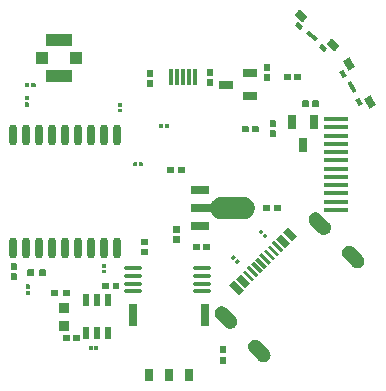
<source format=gbp>
G04 Layer: BottomPasteMaskLayer*
G04 EasyEDA v6.5.22, 2023-01-25 14:37:09*
G04 a2e63df7a23446a2ae1eb019cd18a306,9a4ed40c0dd746429eaf55b84663d2fb,10*
G04 Gerber Generator version 0.2*
G04 Scale: 100 percent, Rotated: No, Reflected: No *
G04 Dimensions in inches *
G04 leading zeros omitted , absolute positions ,3 integer and 6 decimal *
%FSLAX36Y36*%
%MOIN*%

%AMMACRO1*21,1,$1,$2,0,0,$3*%
%ADD10MACRO1,0.0118X0.0512X0.0000*%
%ADD11MACRO1,0.0118X0.0787X-90.0000*%
%ADD12MACRO1,0.0394X0.0236X-90.0000*%
%ADD13MACRO1,0.0709X0.0276X-90.0000*%
%ADD14O,0.059054999999999996X0.015747999999999998*%
%ADD15MACRO1,0.0492X0.0276X90.0000*%
%ADD16MACRO1,0.0315X0.0315X0.0000*%
%ADD17MACRO1,0.0866X0.0433X0.0000*%
%ADD18MACRO1,0.0413X0.0394X90.0000*%
%ADD19MACRO1,0.0394X0.0217X90.0000*%
%ADD20MACRO1,0.0492X0.0276X0.0000*%
%ADD21O,0.027559X0.069803*%
%ADD22MACRO1,0.0265X0.062X90.0000*%
%ADD23MACRO1,0.0236X0.0157X-59.9997*%
%ADD24MACRO1,0.0394X0.0138X-60.0004*%
%ADD25MACRO1,0.0374X0.0252X-59.9999*%
%ADD26MACRO1,0.0236X0.0157X-41.9989*%
%ADD27MACRO1,0.0236X0.0157X-42.0006*%
%ADD28MACRO1,0.0394X0.0138X-42.0000*%
%ADD29MACRO1,0.0374X0.0252X-41.9992*%
%ADD30MACRO1,0.0374X0.0252X-42.0003*%
%ADD31C,0.0152*%

%LPD*%
G36*
X56160Y61800D02*
G01*
X54580Y60240D01*
X54580Y40519D01*
X56160Y38940D01*
X74280Y38940D01*
X75860Y40519D01*
X75860Y60240D01*
X74280Y61800D01*
G37*
G36*
X56160Y28320D02*
G01*
X54580Y26740D01*
X54580Y7020D01*
X56160Y5460D01*
X74280Y5460D01*
X75860Y7020D01*
X75860Y26740D01*
X74280Y28320D01*
G37*
G36*
X-279000Y-301180D02*
G01*
X-280580Y-302740D01*
X-280580Y-320860D01*
X-279000Y-322420D01*
X-259300Y-322420D01*
X-257719Y-320860D01*
X-257719Y-302740D01*
X-259300Y-301180D01*
G37*
G36*
X-312500Y-301180D02*
G01*
X-314080Y-302740D01*
X-314080Y-320860D01*
X-312500Y-322420D01*
X-292800Y-322420D01*
X-291220Y-320860D01*
X-291220Y-302740D01*
X-292800Y-301180D01*
G37*
G36*
X485319Y480660D02*
G01*
X483740Y479080D01*
X483740Y460980D01*
X485319Y459400D01*
X505020Y459400D01*
X506599Y460980D01*
X506599Y479080D01*
X505020Y480660D01*
G37*
G36*
X518820Y480660D02*
G01*
X517239Y479080D01*
X517239Y460980D01*
X518820Y459400D01*
X538520Y459400D01*
X540100Y460980D01*
X540100Y479080D01*
X538520Y480660D01*
G37*
G36*
X-129320Y470800D02*
G01*
X-130260Y469860D01*
X-130260Y459460D01*
X-129320Y458519D01*
X-118440Y458519D01*
X-117500Y459460D01*
X-117500Y469860D01*
X-118440Y470800D01*
G37*
G36*
X-129320Y452140D02*
G01*
X-130260Y451200D01*
X-130260Y440800D01*
X-129320Y439860D01*
X-118440Y439860D01*
X-117500Y440800D01*
X-117500Y451200D01*
X-118440Y452140D01*
G37*
G36*
X-31940Y547520D02*
G01*
X-33500Y545940D01*
X-33500Y526240D01*
X-31940Y524660D01*
X-13819Y524660D01*
X-12260Y526240D01*
X-12260Y545940D01*
X-13819Y547520D01*
G37*
G36*
X-31940Y581000D02*
G01*
X-33500Y579420D01*
X-33500Y559720D01*
X-31940Y558140D01*
X-13819Y558140D01*
X-12260Y559720D01*
X-12260Y579420D01*
X-13819Y581000D01*
G37*
G36*
X9480Y401100D02*
G01*
X8540Y400160D01*
X8540Y389300D01*
X9480Y388360D01*
X19880Y388360D01*
X20840Y389300D01*
X20840Y400160D01*
X19880Y401100D01*
G37*
G36*
X28160Y401100D02*
G01*
X27200Y400160D01*
X27200Y389300D01*
X28160Y388360D01*
X38560Y388360D01*
X39500Y389300D01*
X39500Y400160D01*
X38560Y401100D01*
G37*
G36*
X167460Y551720D02*
G01*
X165880Y550140D01*
X165880Y530440D01*
X167460Y528860D01*
X185580Y528860D01*
X187160Y530440D01*
X187160Y550140D01*
X185580Y551720D01*
G37*
G36*
X167460Y585200D02*
G01*
X165880Y583620D01*
X165880Y563920D01*
X167460Y562340D01*
X185580Y562340D01*
X187160Y563920D01*
X187160Y583620D01*
X185580Y585200D01*
G37*
G36*
X357660Y601400D02*
G01*
X356079Y599840D01*
X356079Y580120D01*
X357660Y578540D01*
X375780Y578540D01*
X377340Y580120D01*
X377340Y599840D01*
X375780Y601400D01*
G37*
G36*
X357660Y567920D02*
G01*
X356079Y566340D01*
X356079Y546640D01*
X357660Y545060D01*
X375780Y545060D01*
X377340Y546640D01*
X377340Y566340D01*
X375780Y567920D01*
G37*
G36*
X425020Y569160D02*
G01*
X423440Y567580D01*
X423440Y549480D01*
X425020Y547900D01*
X444720Y547900D01*
X446300Y549480D01*
X446300Y567580D01*
X444720Y569160D01*
G37*
G36*
X458500Y569160D02*
G01*
X456940Y567580D01*
X456940Y549480D01*
X458500Y547900D01*
X478220Y547900D01*
X479799Y549480D01*
X479799Y567580D01*
X478220Y569160D01*
G37*
G36*
X-78040Y273680D02*
G01*
X-78980Y272740D01*
X-78980Y261860D01*
X-78040Y260920D01*
X-67640Y260920D01*
X-66680Y261860D01*
X-66680Y272740D01*
X-67640Y273680D01*
G37*
G36*
X-59360Y273680D02*
G01*
X-60320Y272740D01*
X-60320Y261860D01*
X-59360Y260920D01*
X-48960Y260920D01*
X-48019Y261860D01*
X-48019Y272740D01*
X-48960Y273680D01*
G37*
G36*
X-486360Y-63120D02*
G01*
X-487920Y-64700D01*
X-487920Y-84400D01*
X-486360Y-85980D01*
X-468240Y-85980D01*
X-466680Y-84400D01*
X-466680Y-64700D01*
X-468240Y-63120D01*
G37*
G36*
X-486360Y-96620D02*
G01*
X-487920Y-98180D01*
X-487920Y-117899D01*
X-486360Y-119480D01*
X-468240Y-119480D01*
X-466680Y-117899D01*
X-466680Y-98180D01*
X-468240Y-96620D01*
G37*
G36*
X-436440Y-133660D02*
G01*
X-437380Y-134600D01*
X-437380Y-147560D01*
X-436440Y-148520D01*
X-425560Y-148520D01*
X-424620Y-147560D01*
X-424620Y-134600D01*
X-425560Y-133660D01*
G37*
G36*
X-436440Y-154880D02*
G01*
X-437380Y-155840D01*
X-437380Y-168800D01*
X-436440Y-169740D01*
X-425560Y-169740D01*
X-424620Y-168800D01*
X-424620Y-155840D01*
X-425560Y-154880D01*
G37*
G36*
X-418160Y536580D02*
G01*
X-419120Y535640D01*
X-419120Y524760D01*
X-418160Y523820D01*
X-405200Y523820D01*
X-404260Y524760D01*
X-404260Y535640D01*
X-405200Y536580D01*
G37*
G36*
X-439400Y536580D02*
G01*
X-440340Y535640D01*
X-440340Y524760D01*
X-439400Y523820D01*
X-426440Y523820D01*
X-425480Y524760D01*
X-425480Y535640D01*
X-426440Y536580D01*
G37*
G36*
X-180840Y-65119D02*
G01*
X-181780Y-66060D01*
X-181780Y-76460D01*
X-180840Y-77420D01*
X-169960Y-77420D01*
X-169020Y-76460D01*
X-169020Y-66060D01*
X-169960Y-65119D01*
G37*
G36*
X-180840Y-83780D02*
G01*
X-181780Y-84740D01*
X-181780Y-95140D01*
X-180840Y-96080D01*
X-169960Y-96080D01*
X-169020Y-95140D01*
X-169020Y-84740D01*
X-169960Y-83780D01*
G37*
G36*
X360000Y36780D02*
G01*
X352320Y29100D01*
X352320Y27759D01*
X359660Y20419D01*
X361000Y20419D01*
X368680Y28100D01*
X368680Y29440D01*
X361340Y36780D01*
G37*
G36*
X346800Y49980D02*
G01*
X339120Y42300D01*
X339120Y40960D01*
X346460Y33620D01*
X347800Y33620D01*
X355480Y41300D01*
X355480Y42640D01*
X348140Y49980D01*
G37*
G36*
X255200Y-35020D02*
G01*
X247520Y-42699D01*
X247520Y-44040D01*
X254860Y-51380D01*
X256200Y-51380D01*
X263880Y-43700D01*
X263880Y-42360D01*
X256540Y-35020D01*
G37*
G36*
X268400Y-48220D02*
G01*
X260720Y-55900D01*
X260720Y-57240D01*
X268060Y-64580D01*
X269400Y-64580D01*
X277080Y-56900D01*
X277080Y-55560D01*
X269740Y-48220D01*
G37*
G36*
X-146500Y-127860D02*
G01*
X-148080Y-129440D01*
X-148080Y-147560D01*
X-146500Y-149140D01*
X-126800Y-149140D01*
X-125220Y-147560D01*
X-125220Y-129440D01*
X-126800Y-127860D01*
G37*
G36*
X-180000Y-127860D02*
G01*
X-181580Y-129440D01*
X-181580Y-147560D01*
X-180000Y-149140D01*
X-160300Y-149140D01*
X-158720Y-147560D01*
X-158720Y-129440D01*
X-160300Y-127860D01*
G37*
G36*
X391719Y13320D02*
G01*
X383380Y4960D01*
X414000Y-25660D01*
X422340Y-17300D01*
G37*
G36*
X377860Y-540D02*
G01*
X369440Y-8960D01*
X400060Y-39580D01*
X408480Y-31160D01*
G37*
G36*
X363940Y-14480D02*
G01*
X355580Y-22820D01*
X386200Y-53440D01*
X394560Y-45100D01*
G37*
G36*
X350000Y-28400D02*
G01*
X341659Y-36760D01*
X372280Y-67360D01*
X380620Y-59020D01*
G37*
G36*
X336079Y-42340D02*
G01*
X327720Y-50679D01*
X358340Y-81300D01*
X366700Y-72960D01*
G37*
G36*
X322140Y-56260D02*
G01*
X313800Y-64620D01*
X344420Y-95239D01*
X352760Y-86880D01*
G37*
G36*
X308220Y-70200D02*
G01*
X299860Y-78540D01*
X330480Y-109160D01*
X338840Y-100820D01*
G37*
G36*
X294280Y-84120D02*
G01*
X285940Y-92480D01*
X316560Y-123100D01*
X324900Y-114740D01*
G37*
G36*
X436220Y57880D02*
G01*
X419460Y41120D01*
X450160Y10420D01*
X466920Y27180D01*
G37*
G36*
X413940Y35620D02*
G01*
X397180Y18840D01*
X427879Y-11860D01*
X444660Y4900D01*
G37*
G36*
X280340Y-98000D02*
G01*
X263560Y-114760D01*
X294280Y-145460D01*
X311040Y-128699D01*
G37*
G36*
X258100Y-120239D02*
G01*
X241340Y-137000D01*
X272040Y-167700D01*
X288800Y-150940D01*
G37*
G36*
X327680Y-317300D02*
G01*
X324880Y-317420D01*
X322120Y-317880D01*
X319420Y-318660D01*
X318120Y-319160D01*
X315620Y-320400D01*
X313260Y-321940D01*
X311120Y-323740D01*
X309200Y-325760D01*
X307540Y-328020D01*
X306160Y-330439D01*
X305060Y-333020D01*
X304280Y-335720D01*
X303820Y-338480D01*
X303700Y-341280D01*
X303760Y-342680D01*
X304140Y-345439D01*
X304440Y-346820D01*
X305300Y-349480D01*
X306460Y-352020D01*
X307920Y-354400D01*
X309660Y-356599D01*
X338459Y-385460D01*
X340560Y-387299D01*
X341680Y-388140D01*
X344060Y-389580D01*
X346599Y-390720D01*
X349260Y-391560D01*
X352000Y-392100D01*
X354780Y-392280D01*
X357580Y-392160D01*
X360319Y-391700D01*
X363000Y-390920D01*
X364300Y-390420D01*
X366800Y-389180D01*
X369140Y-387640D01*
X371260Y-385860D01*
X373180Y-383820D01*
X374840Y-381580D01*
X375580Y-380400D01*
X376800Y-377900D01*
X377320Y-376599D01*
X378100Y-373920D01*
X378560Y-371180D01*
X378680Y-368380D01*
X378480Y-365600D01*
X377960Y-362860D01*
X377120Y-360200D01*
X375980Y-357660D01*
X374520Y-355280D01*
X372819Y-353080D01*
X344020Y-324219D01*
X341940Y-322360D01*
X339640Y-320760D01*
X337160Y-319440D01*
X334560Y-318440D01*
X333220Y-318040D01*
X330460Y-317520D01*
X329080Y-317360D01*
G37*
G36*
X216340Y-206040D02*
G01*
X213560Y-206180D01*
X210799Y-206640D01*
X209460Y-206980D01*
X206840Y-207920D01*
X204340Y-209160D01*
X202000Y-210680D01*
X199860Y-212480D01*
X197940Y-214500D01*
X196280Y-216740D01*
X194899Y-219160D01*
X193820Y-221740D01*
X193380Y-223060D01*
X192760Y-225780D01*
X192460Y-228560D01*
X192500Y-231340D01*
X192860Y-234100D01*
X193540Y-236800D01*
X194540Y-239420D01*
X195840Y-241880D01*
X197420Y-244180D01*
X199259Y-246280D01*
X228120Y-275080D01*
X230320Y-276800D01*
X232700Y-278260D01*
X235260Y-279420D01*
X236580Y-279900D01*
X239280Y-280600D01*
X242060Y-280960D01*
X244860Y-281000D01*
X247640Y-280720D01*
X249020Y-280460D01*
X251700Y-279680D01*
X254280Y-278580D01*
X256720Y-277200D01*
X258960Y-275520D01*
X261000Y-273620D01*
X262800Y-271460D01*
X264320Y-269120D01*
X265560Y-266620D01*
X266500Y-263980D01*
X267120Y-261240D01*
X267400Y-258460D01*
X267360Y-255660D01*
X267000Y-252880D01*
X266300Y-250180D01*
X265280Y-247560D01*
X263960Y-245100D01*
X262360Y-242800D01*
X260520Y-240700D01*
X232680Y-212860D01*
X230580Y-211020D01*
X228280Y-209440D01*
X225820Y-208140D01*
X223200Y-207140D01*
X220500Y-206460D01*
X217740Y-206100D01*
G37*
G36*
X640580Y-4400D02*
G01*
X637780Y-4520D01*
X635020Y-4980D01*
X633660Y-5320D01*
X631020Y-6260D01*
X628520Y-7500D01*
X626180Y-9040D01*
X624020Y-10840D01*
X622100Y-12860D01*
X620440Y-15120D01*
X619060Y-17540D01*
X617960Y-20120D01*
X617180Y-22820D01*
X616720Y-25580D01*
X616600Y-28380D01*
X616660Y-29780D01*
X617040Y-32540D01*
X617340Y-33920D01*
X618200Y-36580D01*
X619380Y-39120D01*
X620820Y-41500D01*
X622560Y-43700D01*
X651360Y-72560D01*
X653460Y-74420D01*
X655759Y-76020D01*
X658220Y-77340D01*
X660840Y-78340D01*
X662180Y-78740D01*
X664920Y-79280D01*
X667720Y-79480D01*
X670500Y-79360D01*
X671900Y-79180D01*
X674620Y-78560D01*
X677260Y-77620D01*
X679780Y-76380D01*
X682120Y-74840D01*
X684260Y-73060D01*
X686180Y-71020D01*
X687060Y-69920D01*
X688580Y-67580D01*
X689820Y-65060D01*
X690759Y-62420D01*
X691380Y-59700D01*
X691660Y-56920D01*
X691620Y-54120D01*
X691480Y-52720D01*
X690939Y-49980D01*
X690560Y-48620D01*
X689539Y-46020D01*
X688220Y-43540D01*
X686620Y-41260D01*
X684760Y-39160D01*
X655920Y-10360D01*
X653720Y-8620D01*
X651320Y-7160D01*
X648780Y-6000D01*
X646120Y-5140D01*
X643360Y-4600D01*
G37*
G36*
X529220Y106920D02*
G01*
X526440Y106800D01*
X523680Y106340D01*
X522320Y106000D01*
X519680Y105060D01*
X517180Y103820D01*
X514840Y102280D01*
X512700Y100500D01*
X510780Y98460D01*
X509120Y96220D01*
X508380Y95020D01*
X507140Y92520D01*
X506220Y89880D01*
X505600Y87160D01*
X505300Y84380D01*
X505340Y81580D01*
X505700Y78800D01*
X506400Y76100D01*
X506860Y74780D01*
X508020Y72240D01*
X509480Y69840D01*
X511200Y67640D01*
X540000Y38800D01*
X542100Y36960D01*
X543220Y36120D01*
X545620Y34680D01*
X548160Y33540D01*
X550820Y32700D01*
X552180Y32380D01*
X554940Y32020D01*
X557720Y32000D01*
X559120Y32100D01*
X561860Y32559D01*
X564540Y33340D01*
X567120Y34420D01*
X569540Y35820D01*
X571780Y37480D01*
X573800Y39380D01*
X575600Y41520D01*
X577120Y43860D01*
X578360Y46360D01*
X579300Y48980D01*
X579920Y51700D01*
X580200Y54480D01*
X580240Y55880D01*
X580040Y58660D01*
X579520Y61400D01*
X578660Y64040D01*
X578140Y65340D01*
X576840Y67800D01*
X575260Y70100D01*
X573420Y72200D01*
X544560Y101000D01*
X542360Y102720D01*
X539960Y104179D01*
X537420Y105340D01*
X534760Y106180D01*
X533400Y106500D01*
X530620Y106860D01*
G37*
G36*
X121800Y1920D02*
G01*
X120220Y360D01*
X120220Y-17760D01*
X121800Y-19320D01*
X141500Y-19320D01*
X143080Y-17760D01*
X143080Y360D01*
X141500Y1920D01*
G37*
G36*
X155280Y1920D02*
G01*
X153720Y360D01*
X153720Y-17760D01*
X155280Y-19320D01*
X175000Y-19320D01*
X176580Y-17760D01*
X176580Y360D01*
X175000Y1920D01*
G37*
G36*
X377040Y413380D02*
G01*
X375460Y411800D01*
X375460Y392080D01*
X377040Y390520D01*
X395160Y390520D01*
X396719Y392080D01*
X396719Y411800D01*
X395160Y413380D01*
G37*
G36*
X377040Y379880D02*
G01*
X375460Y378320D01*
X375460Y358600D01*
X377040Y357020D01*
X395160Y357020D01*
X396719Y358600D01*
X396719Y378320D01*
X395160Y379880D01*
G37*
G36*
X317480Y394420D02*
G01*
X315920Y392860D01*
X315920Y374739D01*
X317480Y373180D01*
X337200Y373180D01*
X338780Y374739D01*
X338780Y392860D01*
X337200Y394420D01*
G37*
G36*
X284000Y394420D02*
G01*
X282420Y392860D01*
X282420Y374739D01*
X284000Y373180D01*
X303720Y373180D01*
X305280Y374739D01*
X305280Y392860D01*
X303720Y394420D01*
G37*
G36*
X-207160Y-337720D02*
G01*
X-208120Y-338660D01*
X-208120Y-349540D01*
X-207160Y-350480D01*
X-196759Y-350480D01*
X-195820Y-349540D01*
X-195820Y-338660D01*
X-196759Y-337720D01*
G37*
G36*
X-225840Y-337720D02*
G01*
X-226780Y-338660D01*
X-226780Y-349540D01*
X-225840Y-350480D01*
X-215440Y-350480D01*
X-214480Y-349540D01*
X-214480Y-338660D01*
X-215440Y-337720D01*
G37*
G36*
X33960Y258720D02*
G01*
X31980Y256759D01*
X31980Y239040D01*
X33960Y237079D01*
X52859Y237079D01*
X55620Y239040D01*
X55620Y256759D01*
X52859Y258720D01*
G37*
G36*
X72540Y258720D02*
G01*
X69780Y256759D01*
X69780Y239040D01*
X72540Y237079D01*
X91440Y237079D01*
X93400Y239040D01*
X93400Y256759D01*
X91440Y258720D01*
G37*
G36*
X393040Y132920D02*
G01*
X390280Y130960D01*
X390280Y113240D01*
X393040Y111280D01*
X411940Y111280D01*
X413900Y113240D01*
X413900Y130960D01*
X411940Y132920D01*
G37*
G36*
X354460Y132920D02*
G01*
X352500Y130960D01*
X352500Y113240D01*
X354460Y111280D01*
X373360Y111280D01*
X376120Y113240D01*
X376120Y130960D01*
X373360Y132920D01*
G37*
G36*
X211640Y-376380D02*
G01*
X209680Y-379140D01*
X209680Y-398040D01*
X211640Y-400020D01*
X229360Y-400020D01*
X231320Y-398040D01*
X231320Y-379140D01*
X229360Y-376380D01*
G37*
G36*
X211640Y-338600D02*
G01*
X209680Y-340560D01*
X209680Y-359460D01*
X211640Y-362220D01*
X229360Y-362220D01*
X231320Y-359460D01*
X231320Y-340560D01*
X229360Y-338600D01*
G37*
G36*
X-50160Y19580D02*
G01*
X-51720Y18000D01*
X-51720Y-1700D01*
X-50160Y-3280D01*
X-32040Y-3280D01*
X-30480Y-1700D01*
X-30480Y18000D01*
X-32040Y19580D01*
G37*
G36*
X-50160Y-13919D02*
G01*
X-51720Y-15480D01*
X-51720Y-35200D01*
X-50160Y-36780D01*
X-32040Y-36780D01*
X-30480Y-35200D01*
X-30480Y-15480D01*
X-32040Y-13919D01*
G37*
G36*
X-439840Y494540D02*
G01*
X-440780Y493600D01*
X-440780Y480640D01*
X-439840Y479680D01*
X-428960Y479680D01*
X-428020Y480640D01*
X-428020Y493600D01*
X-428960Y494540D01*
G37*
G36*
X-439840Y473320D02*
G01*
X-440780Y472360D01*
X-440780Y459400D01*
X-439840Y458459D01*
X-428960Y458459D01*
X-428020Y459400D01*
X-428020Y472360D01*
X-428960Y473320D01*
G37*
G36*
X-391360Y-82880D02*
G01*
X-394120Y-84840D01*
X-394120Y-102560D01*
X-391360Y-104520D01*
X-372460Y-104520D01*
X-370480Y-102560D01*
X-370480Y-84840D01*
X-372460Y-82880D01*
G37*
G36*
X-429940Y-82880D02*
G01*
X-431900Y-84840D01*
X-431900Y-102560D01*
X-429940Y-104520D01*
X-411040Y-104520D01*
X-408280Y-102560D01*
X-408280Y-84840D01*
X-411040Y-82880D01*
G37*
G36*
X-349840Y-151080D02*
G01*
X-351820Y-153040D01*
X-351820Y-170760D01*
X-349840Y-172719D01*
X-330940Y-172719D01*
X-328180Y-170760D01*
X-328180Y-153040D01*
X-330940Y-151080D01*
G37*
G36*
X-311260Y-151080D02*
G01*
X-314020Y-153040D01*
X-314020Y-170760D01*
X-311260Y-172719D01*
X-292360Y-172719D01*
X-290400Y-170760D01*
X-290400Y-153040D01*
X-292360Y-151080D01*
G37*
D10*
G01*
X125698Y557400D03*
G01*
X105698Y557400D03*
G01*
X65698Y557400D03*
G01*
X45698Y557400D03*
G01*
X85698Y557400D03*
D11*
G01*
X595599Y417634D03*
G01*
X595599Y390074D03*
G01*
X595599Y334954D03*
G01*
X595599Y362514D03*
G01*
X595599Y307394D03*
G01*
X595599Y279834D03*
G01*
X595599Y114484D03*
G01*
X595599Y252274D03*
G01*
X595599Y224714D03*
G01*
X595599Y197164D03*
G01*
X595599Y169604D03*
G01*
X595599Y142044D03*
D12*
G01*
X-27230Y-434690D03*
G01*
X39699Y-434690D03*
G01*
X106630Y-434690D03*
D13*
G01*
X-81359Y-235879D03*
G01*
X160760Y-235879D03*
D14*
G01*
X-79650Y-156669D03*
G01*
X-79650Y-131069D03*
G01*
X-79650Y-105470D03*
G01*
X-79650Y-79870D03*
G01*
X148689Y-156669D03*
G01*
X148689Y-131069D03*
G01*
X148689Y-105470D03*
G01*
X148689Y-79870D03*
D15*
G01*
X449899Y408669D03*
G01*
X524699Y408669D03*
G01*
X487299Y329929D03*
D16*
G01*
X-308443Y-210490D03*
G01*
X-308719Y-273443D03*
D17*
G01*
X-327195Y562644D03*
D18*
G01*
X-271099Y621700D03*
D17*
G01*
X-327197Y680755D03*
D18*
G01*
X-383301Y621700D03*
D19*
G01*
X-162677Y-184551D03*
G01*
X-200077Y-184551D03*
G01*
X-237476Y-184551D03*
G01*
X-237476Y-294791D03*
G01*
X-200077Y-294791D03*
G01*
X-162677Y-294791D03*
D20*
G01*
X310569Y570099D03*
G01*
X310569Y495300D03*
G01*
X231829Y532700D03*
D21*
G01*
X-132170Y-13029D03*
G01*
X-175479Y-13029D03*
G01*
X-218789Y-13029D03*
G01*
X-262089Y-13029D03*
G01*
X-305399Y-13029D03*
G01*
X-348710Y-13029D03*
G01*
X-392010Y-13029D03*
G01*
X-435320Y-13029D03*
G01*
X-478630Y-13029D03*
G01*
X-478630Y365830D03*
G01*
X-435320Y365830D03*
G01*
X-392010Y365830D03*
G01*
X-348710Y365830D03*
G01*
X-305399Y365830D03*
G01*
X-262089Y365830D03*
G01*
X-218789Y365830D03*
G01*
X-175479Y365830D03*
G01*
X-132170Y365830D03*
D22*
G01*
X145101Y61949D03*
G01*
X145101Y180059D03*
G36*
X288389Y158395D02*
G01*
X215389Y158395D01*
X213636Y158353D01*
X211887Y158229D01*
X210145Y158024D01*
X208415Y157739D01*
X206701Y157370D01*
X205006Y156923D01*
X203333Y156397D01*
X201687Y155794D01*
X200070Y155113D01*
X198487Y154358D01*
X196943Y153528D01*
X195437Y152627D01*
X193976Y151657D01*
X192563Y150621D01*
X191199Y149519D01*
X189889Y148353D01*
X188634Y147127D01*
X187438Y145845D01*
X186305Y144508D01*
X185235Y143119D01*
X184230Y141680D01*
X183296Y140198D01*
X182430Y138672D01*
X181638Y137107D01*
X180919Y133985D01*
X114095Y133985D01*
X114095Y108002D01*
X180919Y108002D01*
X181638Y104877D01*
X182430Y103314D01*
X183296Y101788D01*
X184230Y100304D01*
X185235Y98867D01*
X186305Y97478D01*
X187438Y96140D01*
X188634Y94857D01*
X189889Y93633D01*
X191199Y92467D01*
X192563Y91365D01*
X193976Y90327D01*
X195437Y89358D01*
X196943Y88456D01*
X198487Y87627D01*
X200070Y86873D01*
X201687Y86192D01*
X203333Y85587D01*
X205006Y85062D01*
X206701Y84614D01*
X208415Y84247D01*
X210145Y83960D01*
X211887Y83755D01*
X213636Y83633D01*
X215389Y83590D01*
X288389Y83590D01*
X290142Y83633D01*
X291891Y83755D01*
X293634Y83960D01*
X295363Y84247D01*
X297079Y84614D01*
X298774Y85062D01*
X300446Y85587D01*
X302092Y86192D01*
X303708Y86873D01*
X305291Y87627D01*
X306836Y88456D01*
X308342Y89358D01*
X309803Y90327D01*
X311216Y91365D01*
X312579Y92467D01*
X313891Y93633D01*
X315145Y94857D01*
X316341Y96140D01*
X317474Y97478D01*
X318544Y98867D01*
X319548Y100304D01*
X320483Y101788D01*
X321349Y103314D01*
X322142Y104877D01*
X322860Y106478D01*
X323503Y108108D01*
X324067Y109769D01*
X324555Y111453D01*
X324961Y113159D01*
X325289Y114881D01*
X325534Y116619D01*
X325698Y118364D01*
X325780Y120115D01*
X325780Y121869D01*
X325698Y123620D01*
X325534Y125367D01*
X325289Y127103D01*
X324961Y128826D01*
X324555Y130531D01*
X324067Y132217D01*
X323503Y133876D01*
X322860Y135508D01*
X322142Y137107D01*
X321349Y138672D01*
X320483Y140198D01*
X319548Y141680D01*
X318544Y143119D01*
X317474Y144508D01*
X316341Y145845D01*
X315145Y147127D01*
X313891Y148353D01*
X312579Y149519D01*
X311216Y150621D01*
X309803Y151657D01*
X308342Y152627D01*
X306836Y153528D01*
X305291Y154358D01*
X303708Y155113D01*
X302092Y155794D01*
X300446Y156397D01*
X298774Y156923D01*
X297079Y157370D01*
X295363Y157739D01*
X293634Y158024D01*
X291891Y158229D01*
X290142Y158353D01*
G37*
D23*
G01*
X619482Y569293D03*
G01*
X674600Y473826D03*
D24*
G01*
X650927Y523804D03*
D25*
G01*
X710890Y475457D03*
G01*
X639040Y599905D03*
D26*
G01*
X472160Y727028D03*
D27*
G01*
X554081Y653266D03*
D28*
G01*
X516124Y693482D03*
D29*
G01*
X588092Y666031D03*
D30*
G01*
X481301Y762185D03*
M02*

</source>
